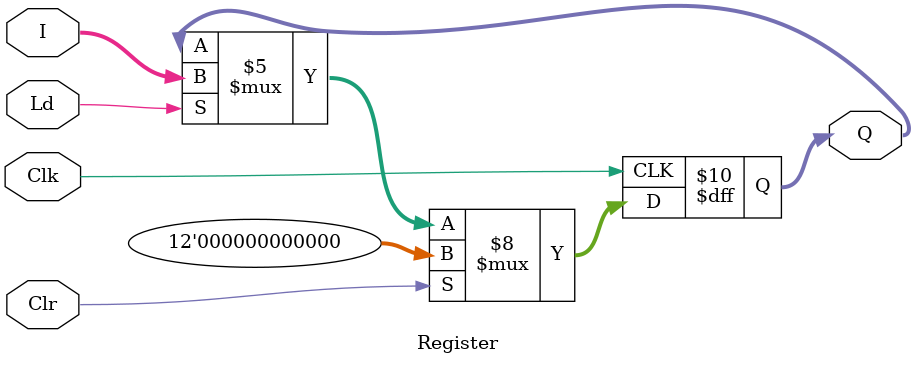
<source format=v>
`timescale 1ns / 1ps


module Register (Clk, Clr, Ld, I, Q);
    parameter N = 12;
    
    input Clk, Clr, Ld;
    input [N - 1:0] I;
    output reg [N - 1:0] Q;
    
    always @ (posedge Clk) begin
        if (Clr == 1) begin
            Q <= 0;
        end
        else if (Ld == 1) begin
            Q <= I;
        end
        else begin
            Q <= Q;
        end
    end
endmodule
</source>
